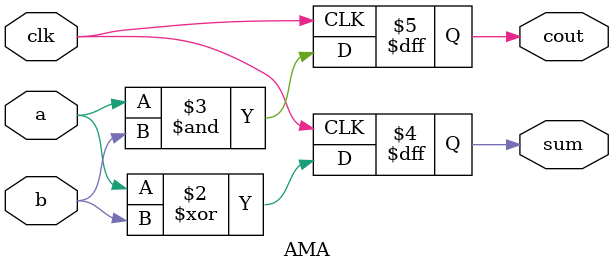
<source format=v>
`timescale 1ns / 1ps


module AMA(a,b,cout,sum,clk);
    input a,b,clk;
    output reg sum,cout;
    
    always@(posedge clk)
    begin
    sum<=a^b;
    cout<=a&b;
    end
endmodule

</source>
